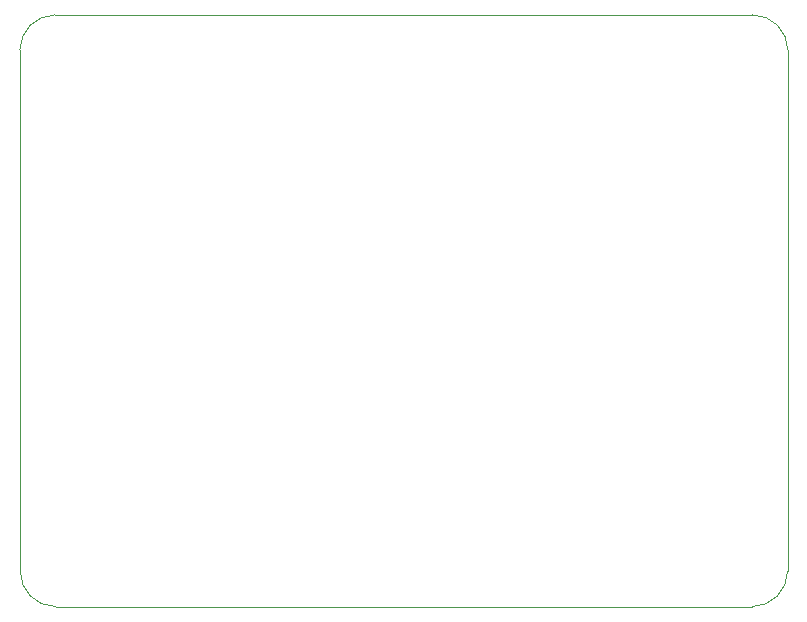
<source format=gbr>
G04 #@! TF.GenerationSoftware,KiCad,Pcbnew,(5.1.10-1-10_14)*
G04 #@! TF.CreationDate,2021-07-05T16:27:44+02:00*
G04 #@! TF.ProjectId,cablebot_camera,6361626c-6562-46f7-945f-63616d657261,1.0*
G04 #@! TF.SameCoordinates,Original*
G04 #@! TF.FileFunction,Profile,NP*
%FSLAX46Y46*%
G04 Gerber Fmt 4.6, Leading zero omitted, Abs format (unit mm)*
G04 Created by KiCad (PCBNEW (5.1.10-1-10_14)) date 2021-07-05 16:27:44*
%MOMM*%
%LPD*%
G01*
G04 APERTURE LIST*
G04 #@! TA.AperFunction,Profile*
%ADD10C,0.101600*%
G04 #@! TD*
G04 APERTURE END LIST*
D10*
X120532000Y-121043000D02*
X179507000Y-121043000D01*
X182507000Y-118043000D02*
G75*
G02*
X179507000Y-121043000I-3000000J0D01*
G01*
X120532000Y-121043000D02*
G75*
G02*
X117532000Y-118043000I0J3000000D01*
G01*
X117532000Y-118043000D02*
X117507000Y-73943000D01*
X182532000Y-73943000D02*
X182507000Y-118043000D01*
X179532000Y-70943000D02*
G75*
G02*
X182532000Y-73943000I0J-3000000D01*
G01*
X117507000Y-73943000D02*
G75*
G02*
X120507000Y-70943000I3000000J0D01*
G01*
X179532000Y-70943000D02*
X120507000Y-70943000D01*
M02*

</source>
